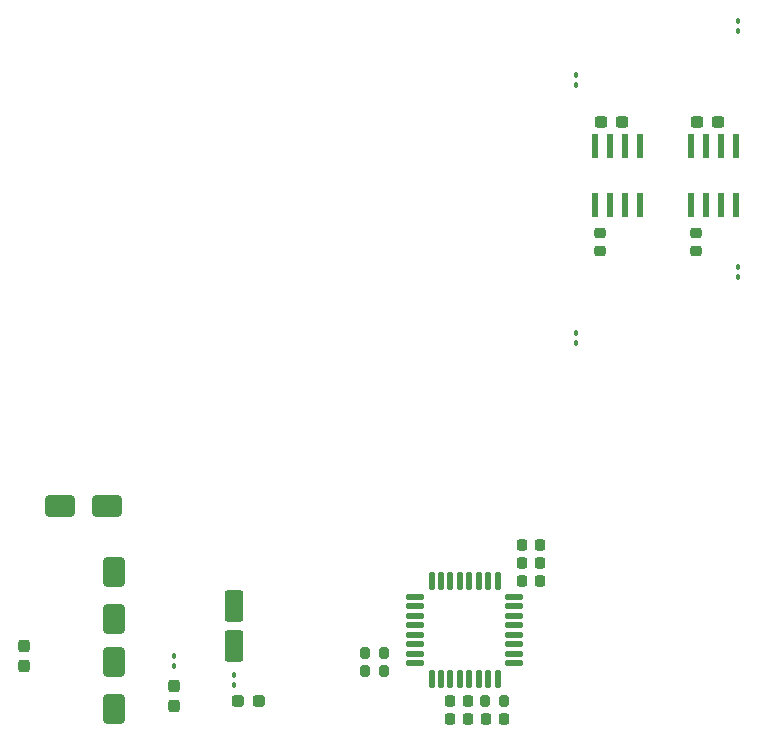
<source format=gbr>
%TF.GenerationSoftware,KiCad,Pcbnew,9.0.3*%
%TF.CreationDate,2025-10-29T18:14:43+01:00*%
%TF.ProjectId,DC_Motor,44435f4d-6f74-46f7-922e-6b696361645f,R.Casas*%
%TF.SameCoordinates,Original*%
%TF.FileFunction,Paste,Top*%
%TF.FilePolarity,Positive*%
%FSLAX46Y46*%
G04 Gerber Fmt 4.6, Leading zero omitted, Abs format (unit mm)*
G04 Created by KiCad (PCBNEW 9.0.3) date 2025-10-29 18:14:43*
%MOMM*%
%LPD*%
G01*
G04 APERTURE LIST*
G04 Aperture macros list*
%AMRoundRect*
0 Rectangle with rounded corners*
0 $1 Rounding radius*
0 $2 $3 $4 $5 $6 $7 $8 $9 X,Y pos of 4 corners*
0 Add a 4 corners polygon primitive as box body*
4,1,4,$2,$3,$4,$5,$6,$7,$8,$9,$2,$3,0*
0 Add four circle primitives for the rounded corners*
1,1,$1+$1,$2,$3*
1,1,$1+$1,$4,$5*
1,1,$1+$1,$6,$7*
1,1,$1+$1,$8,$9*
0 Add four rect primitives between the rounded corners*
20,1,$1+$1,$2,$3,$4,$5,0*
20,1,$1+$1,$4,$5,$6,$7,0*
20,1,$1+$1,$6,$7,$8,$9,0*
20,1,$1+$1,$8,$9,$2,$3,0*%
G04 Aperture macros list end*
%ADD10RoundRect,0.225000X-0.250000X0.225000X-0.250000X-0.225000X0.250000X-0.225000X0.250000X0.225000X0*%
%ADD11RoundRect,0.090000X-0.090000X0.139000X-0.090000X-0.139000X0.090000X-0.139000X0.090000X0.139000X0*%
%ADD12RoundRect,0.250000X-0.650000X1.000000X-0.650000X-1.000000X0.650000X-1.000000X0.650000X1.000000X0*%
%ADD13RoundRect,0.225000X-0.225000X-0.250000X0.225000X-0.250000X0.225000X0.250000X-0.225000X0.250000X0*%
%ADD14RoundRect,0.237500X0.287500X0.237500X-0.287500X0.237500X-0.287500X-0.237500X0.287500X-0.237500X0*%
%ADD15RoundRect,0.125000X0.125000X-0.625000X0.125000X0.625000X-0.125000X0.625000X-0.125000X-0.625000X0*%
%ADD16RoundRect,0.125000X0.625000X-0.125000X0.625000X0.125000X-0.625000X0.125000X-0.625000X-0.125000X0*%
%ADD17RoundRect,0.225000X0.225000X0.250000X-0.225000X0.250000X-0.225000X-0.250000X0.225000X-0.250000X0*%
%ADD18RoundRect,0.237500X-0.237500X0.300000X-0.237500X-0.300000X0.237500X-0.300000X0.237500X0.300000X0*%
%ADD19RoundRect,0.200000X-0.200000X-0.275000X0.200000X-0.275000X0.200000X0.275000X-0.200000X0.275000X0*%
%ADD20RoundRect,0.250000X-1.000000X-0.650000X1.000000X-0.650000X1.000000X0.650000X-1.000000X0.650000X0*%
%ADD21RoundRect,0.250000X0.550000X-1.075000X0.550000X1.075000X-0.550000X1.075000X-0.550000X-1.075000X0*%
%ADD22RoundRect,0.237500X0.300000X0.237500X-0.300000X0.237500X-0.300000X-0.237500X0.300000X-0.237500X0*%
%ADD23RoundRect,0.090000X0.090000X-0.139000X0.090000X0.139000X-0.090000X0.139000X-0.090000X-0.139000X0*%
%ADD24RoundRect,0.200000X0.200000X0.275000X-0.200000X0.275000X-0.200000X-0.275000X0.200000X-0.275000X0*%
%ADD25RoundRect,0.071250X0.213750X-0.903750X0.213750X0.903750X-0.213750X0.903750X-0.213750X-0.903750X0*%
G04 APERTURE END LIST*
D10*
%TO.C,C113*%
X154978000Y-75133000D03*
X154978000Y-76683000D03*
%TD*%
D11*
%TO.C,R109*%
X123990000Y-112547500D03*
X123990000Y-113412500D03*
%TD*%
%TO.C,R104*%
X118910000Y-110960000D03*
X118910000Y-111825000D03*
%TD*%
D12*
%TO.C,D101*%
X113830000Y-103880000D03*
X113830000Y-107880000D03*
%TD*%
D13*
%TO.C,C107*%
X148361000Y-104605475D03*
X149911000Y-104605475D03*
%TD*%
D14*
%TO.C,D104*%
X126135000Y-114770000D03*
X124385000Y-114770000D03*
%TD*%
D15*
%TO.C,U101*%
X140748000Y-112952475D03*
X141548000Y-112952475D03*
X142348000Y-112952475D03*
X143148000Y-112952475D03*
X143948000Y-112952475D03*
X144748000Y-112952475D03*
X145548000Y-112952475D03*
X146348000Y-112952475D03*
D16*
X147723000Y-111577475D03*
X147723000Y-110777475D03*
X147723000Y-109977475D03*
X147723000Y-109177475D03*
X147723000Y-108377475D03*
X147723000Y-107577475D03*
X147723000Y-106777475D03*
X147723000Y-105977475D03*
D15*
X146348000Y-104602475D03*
X145548000Y-104602475D03*
X144748000Y-104602475D03*
X143948000Y-104602475D03*
X143148000Y-104602475D03*
X142348000Y-104602475D03*
X141548000Y-104602475D03*
X140748000Y-104602475D03*
D16*
X139373000Y-105977475D03*
X139373000Y-106777475D03*
X139373000Y-107577475D03*
X139373000Y-108377475D03*
X139373000Y-109177475D03*
X139373000Y-109977475D03*
X139373000Y-110777475D03*
X139373000Y-111577475D03*
%TD*%
D17*
%TO.C,C101*%
X146863000Y-116289475D03*
X145313000Y-116289475D03*
%TD*%
D18*
%TO.C,C103*%
X106210000Y-110097500D03*
X106210000Y-111822500D03*
%TD*%
D19*
%TO.C,R102*%
X135103000Y-110701475D03*
X136753000Y-110701475D03*
%TD*%
%TO.C,R101*%
X145263000Y-114765475D03*
X146913000Y-114765475D03*
%TD*%
D13*
%TO.C,C105*%
X148361000Y-101557475D03*
X149911000Y-101557475D03*
%TD*%
D17*
%TO.C,C109*%
X143815000Y-114765475D03*
X142265000Y-114765475D03*
%TD*%
D20*
%TO.C,D102*%
X109290000Y-98260000D03*
X113290000Y-98260000D03*
%TD*%
D21*
%TO.C,C102*%
X123990000Y-110095000D03*
X123990000Y-106745000D03*
%TD*%
D12*
%TO.C,D103*%
X113830000Y-111500000D03*
X113830000Y-115500000D03*
%TD*%
D18*
%TO.C,C104*%
X118910000Y-113500000D03*
X118910000Y-115225000D03*
%TD*%
D17*
%TO.C,C108*%
X143815000Y-116289475D03*
X142265000Y-116289475D03*
%TD*%
D10*
%TO.C,C112*%
X163106000Y-75133000D03*
X163106000Y-76683000D03*
%TD*%
D11*
%TO.C,R108*%
X166662000Y-78015500D03*
X166662000Y-78880500D03*
%TD*%
D22*
%TO.C,C110*%
X164984500Y-65748000D03*
X163259500Y-65748000D03*
%TD*%
D11*
%TO.C,R106*%
X152946000Y-83603500D03*
X152946000Y-84468500D03*
%TD*%
D22*
%TO.C,C111*%
X156856500Y-65748000D03*
X155131500Y-65748000D03*
%TD*%
D23*
%TO.C,R105*%
X166662000Y-58052500D03*
X166662000Y-57187500D03*
%TD*%
D13*
%TO.C,C106*%
X148361000Y-103081475D03*
X149911000Y-103081475D03*
%TD*%
D24*
%TO.C,R103*%
X136753000Y-112225475D03*
X135103000Y-112225475D03*
%TD*%
D25*
%TO.C,U103*%
X162725000Y-72800000D03*
X163995000Y-72800000D03*
X165265000Y-72800000D03*
X166535000Y-72800000D03*
X166535000Y-67840000D03*
X165265000Y-67840000D03*
X163995000Y-67840000D03*
X162725000Y-67840000D03*
%TD*%
D23*
%TO.C,R107*%
X152946000Y-62624500D03*
X152946000Y-61759500D03*
%TD*%
D25*
%TO.C,U104*%
X154597000Y-72800000D03*
X155867000Y-72800000D03*
X157137000Y-72800000D03*
X158407000Y-72800000D03*
X158407000Y-67840000D03*
X157137000Y-67840000D03*
X155867000Y-67840000D03*
X154597000Y-67840000D03*
%TD*%
M02*

</source>
